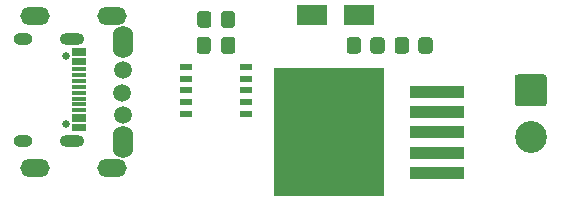
<source format=gbr>
%TF.GenerationSoftware,KiCad,Pcbnew,(5.1.7)-1*%
%TF.CreationDate,2021-05-02T00:17:45+08:00*%
%TF.ProjectId,t12_pps_power,7431325f-7070-4735-9f70-6f7765722e6b,rev?*%
%TF.SameCoordinates,Original*%
%TF.FileFunction,Soldermask,Top*%
%TF.FilePolarity,Negative*%
%FSLAX46Y46*%
G04 Gerber Fmt 4.6, Leading zero omitted, Abs format (unit mm)*
G04 Created by KiCad (PCBNEW (5.1.7)-1) date 2021-05-02 00:17:45*
%MOMM*%
%LPD*%
G01*
G04 APERTURE LIST*
%ADD10R,2.500000X1.800000*%
%ADD11O,2.500000X1.500000*%
%ADD12O,1.750000X2.750000*%
%ADD13C,1.500000*%
%ADD14O,2.100000X1.000000*%
%ADD15O,1.600000X1.000000*%
%ADD16C,0.650000*%
%ADD17R,1.150000X0.300000*%
%ADD18R,4.600000X1.100000*%
%ADD19R,9.400000X10.800000*%
%ADD20R,1.100000X0.510000*%
%ADD21C,2.700000*%
G04 APERTURE END LIST*
%TO.C,C1*%
G36*
G01*
X59365000Y-70325000D02*
X59365000Y-69375000D01*
G75*
G02*
X59615000Y-69125000I250000J0D01*
G01*
X60290000Y-69125000D01*
G75*
G02*
X60540000Y-69375000I0J-250000D01*
G01*
X60540000Y-70325000D01*
G75*
G02*
X60290000Y-70575000I-250000J0D01*
G01*
X59615000Y-70575000D01*
G75*
G02*
X59365000Y-70325000I0J250000D01*
G01*
G37*
G36*
G01*
X61440000Y-70325000D02*
X61440000Y-69375000D01*
G75*
G02*
X61690000Y-69125000I250000J0D01*
G01*
X62365000Y-69125000D01*
G75*
G02*
X62615000Y-69375000I0J-250000D01*
G01*
X62615000Y-70325000D01*
G75*
G02*
X62365000Y-70575000I-250000J0D01*
G01*
X61690000Y-70575000D01*
G75*
G02*
X61440000Y-70325000I0J250000D01*
G01*
G37*
%TD*%
D10*
%TO.C,D1*%
X73120000Y-67310000D03*
X69120000Y-67310000D03*
%TD*%
D11*
%TO.C,J1*%
X52190000Y-80250000D03*
X45640000Y-80250000D03*
X45640000Y-67350000D03*
X52190000Y-67350000D03*
D12*
X53090000Y-69600000D03*
X53090000Y-78050000D03*
D13*
X53060000Y-73850000D03*
X53090000Y-71920000D03*
X53090000Y-75780000D03*
%TD*%
D14*
%TO.C,J2*%
X48825000Y-69280000D03*
X48825000Y-77920000D03*
D15*
X44645000Y-69280000D03*
X44645000Y-77920000D03*
D16*
X48325000Y-76490000D03*
X48325000Y-70710000D03*
D17*
X49390000Y-76650000D03*
X49390000Y-75850000D03*
X49390000Y-75350000D03*
X49390000Y-74850000D03*
X49390000Y-74350000D03*
X49390000Y-73850000D03*
X49390000Y-73350000D03*
X49390000Y-72850000D03*
X49390000Y-72350000D03*
X49390000Y-71850000D03*
X49390000Y-71050000D03*
X49390000Y-70250000D03*
X49390000Y-70550000D03*
X49390000Y-71350000D03*
X49390000Y-76150000D03*
X49390000Y-76950000D03*
%TD*%
%TO.C,R1*%
G36*
G01*
X73260000Y-69399999D02*
X73260000Y-70300001D01*
G75*
G02*
X73010001Y-70550000I-249999J0D01*
G01*
X72309999Y-70550000D01*
G75*
G02*
X72060000Y-70300001I0J249999D01*
G01*
X72060000Y-69399999D01*
G75*
G02*
X72309999Y-69150000I249999J0D01*
G01*
X73010001Y-69150000D01*
G75*
G02*
X73260000Y-69399999I0J-249999D01*
G01*
G37*
G36*
G01*
X75260000Y-69399999D02*
X75260000Y-70300001D01*
G75*
G02*
X75010001Y-70550000I-249999J0D01*
G01*
X74309999Y-70550000D01*
G75*
G02*
X74060000Y-70300001I0J249999D01*
G01*
X74060000Y-69399999D01*
G75*
G02*
X74309999Y-69150000I249999J0D01*
G01*
X75010001Y-69150000D01*
G75*
G02*
X75260000Y-69399999I0J-249999D01*
G01*
G37*
%TD*%
%TO.C,R2*%
G36*
G01*
X79324000Y-69399999D02*
X79324000Y-70300001D01*
G75*
G02*
X79074001Y-70550000I-249999J0D01*
G01*
X78373999Y-70550000D01*
G75*
G02*
X78124000Y-70300001I0J249999D01*
G01*
X78124000Y-69399999D01*
G75*
G02*
X78373999Y-69150000I249999J0D01*
G01*
X79074001Y-69150000D01*
G75*
G02*
X79324000Y-69399999I0J-249999D01*
G01*
G37*
G36*
G01*
X77324000Y-69399999D02*
X77324000Y-70300001D01*
G75*
G02*
X77074001Y-70550000I-249999J0D01*
G01*
X76373999Y-70550000D01*
G75*
G02*
X76124000Y-70300001I0J249999D01*
G01*
X76124000Y-69399999D01*
G75*
G02*
X76373999Y-69150000I249999J0D01*
G01*
X77074001Y-69150000D01*
G75*
G02*
X77324000Y-69399999I0J-249999D01*
G01*
G37*
%TD*%
%TO.C,R3*%
G36*
G01*
X62600000Y-67199999D02*
X62600000Y-68100001D01*
G75*
G02*
X62350001Y-68350000I-249999J0D01*
G01*
X61649999Y-68350000D01*
G75*
G02*
X61400000Y-68100001I0J249999D01*
G01*
X61400000Y-67199999D01*
G75*
G02*
X61649999Y-66950000I249999J0D01*
G01*
X62350001Y-66950000D01*
G75*
G02*
X62600000Y-67199999I0J-249999D01*
G01*
G37*
G36*
G01*
X60600000Y-67199999D02*
X60600000Y-68100001D01*
G75*
G02*
X60350001Y-68350000I-249999J0D01*
G01*
X59649999Y-68350000D01*
G75*
G02*
X59400000Y-68100001I0J249999D01*
G01*
X59400000Y-67199999D01*
G75*
G02*
X59649999Y-66950000I249999J0D01*
G01*
X60350001Y-66950000D01*
G75*
G02*
X60600000Y-67199999I0J-249999D01*
G01*
G37*
%TD*%
D18*
%TO.C,U1*%
X79689000Y-80616000D03*
X79689000Y-78916000D03*
X79689000Y-77216000D03*
X79689000Y-75516000D03*
X79689000Y-73816000D03*
D19*
X70539000Y-77216000D03*
%TD*%
D20*
%TO.C,U2*%
X63510000Y-75660000D03*
X63510000Y-74660000D03*
X63510000Y-73660000D03*
X63510000Y-72660000D03*
X58410000Y-71660000D03*
X58410000Y-72660000D03*
X58410000Y-73660000D03*
X63510000Y-71660000D03*
X58410000Y-74660000D03*
X58410000Y-75660000D03*
%TD*%
%TO.C,J4*%
G36*
G01*
X86530001Y-72310000D02*
X88729999Y-72310000D01*
G75*
G02*
X88980000Y-72560001I0J-250001D01*
G01*
X88980000Y-74759999D01*
G75*
G02*
X88729999Y-75010000I-250001J0D01*
G01*
X86530001Y-75010000D01*
G75*
G02*
X86280000Y-74759999I0J250001D01*
G01*
X86280000Y-72560001D01*
G75*
G02*
X86530001Y-72310000I250001J0D01*
G01*
G37*
D21*
X87630000Y-77620000D03*
%TD*%
M02*

</source>
